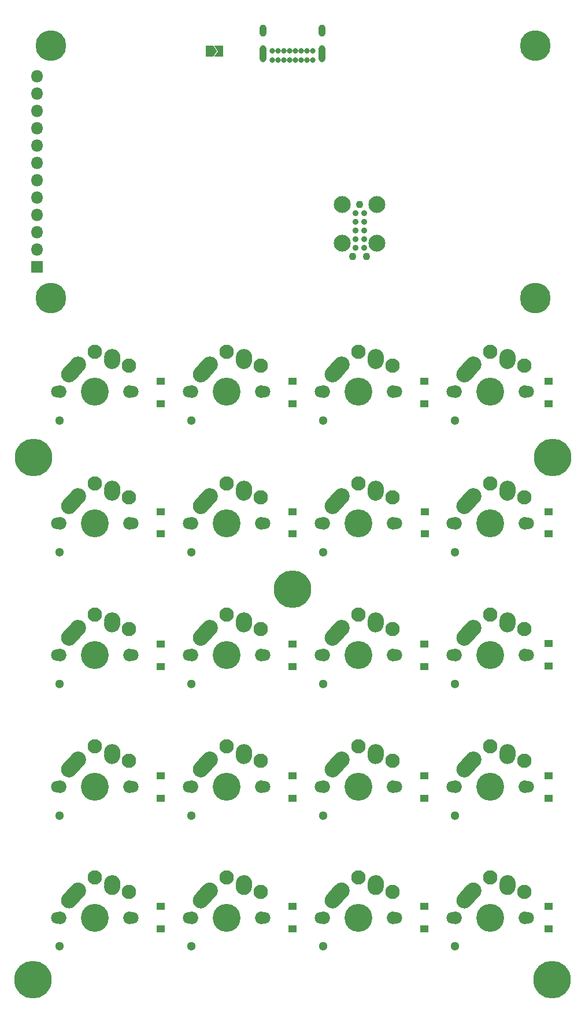
<source format=gbr>
%TF.GenerationSoftware,KiCad,Pcbnew,(5.1.6)-1*%
%TF.CreationDate,2020-12-15T22:49:58+02:00*%
%TF.ProjectId,macropad,6d616372-6f70-4616-942e-6b696361645f,rev?*%
%TF.SameCoordinates,Original*%
%TF.FileFunction,Soldermask,Bot*%
%TF.FilePolarity,Negative*%
%FSLAX46Y46*%
G04 Gerber Fmt 4.6, Leading zero omitted, Abs format (unit mm)*
G04 Created by KiCad (PCBNEW (5.1.6)-1) date 2020-12-15 22:49:58*
%MOMM*%
%LPD*%
G01*
G04 APERTURE LIST*
%ADD10R,1.800000X1.800000*%
%ADD11O,1.800000X1.800000*%
%ADD12C,1.300000*%
%ADD13C,1.800000*%
%ADD14C,2.100000*%
%ADD15C,1.850000*%
%ADD16C,2.350000*%
%ADD17C,4.087800*%
%ADD18C,0.900000*%
%ADD19C,5.500000*%
%ADD20C,0.800000*%
%ADD21C,4.500000*%
%ADD22R,1.300000X1.000000*%
%ADD23O,1.000000X2.500000*%
%ADD24O,1.000000X1.800000*%
%ADD25C,1.090600*%
%ADD26C,0.887400*%
%ADD27C,2.474900*%
%ADD28C,0.100000*%
G04 APERTURE END LIST*
D10*
%TO.C,J3*%
X81900000Y-74050000D03*
D11*
X81900000Y-71510000D03*
X81900000Y-68970000D03*
X81900000Y-66430000D03*
X81900000Y-63890000D03*
X81900000Y-61350000D03*
X81900000Y-58810000D03*
X81900000Y-56270000D03*
X81900000Y-53730000D03*
X81900000Y-51190000D03*
X81900000Y-48650000D03*
X81900000Y-46110000D03*
%TD*%
D12*
%TO.C,SW2*%
X104480000Y-96600000D03*
D13*
X115200000Y-92400000D03*
X104200000Y-92400000D03*
D14*
X109700000Y-86500000D03*
X114700000Y-88600000D03*
D15*
X114780000Y-92400000D03*
X104620000Y-92400000D03*
D16*
X107200000Y-88400000D03*
D17*
X109700000Y-92400000D03*
G36*
G01*
X105105296Y-90734566D02*
X105105297Y-90734566D01*
G75*
G02*
X105015434Y-89075297I784703J874566D01*
G01*
X106325424Y-87615289D01*
G75*
G02*
X107984693Y-87525426I874566J-784703D01*
G01*
X107984693Y-87525426D01*
G75*
G02*
X108074556Y-89184695I-784703J-874566D01*
G01*
X106764566Y-90644703D01*
G75*
G02*
X105105297Y-90734566I-874566J784703D01*
G01*
G37*
D16*
X112240000Y-87320000D03*
G36*
G01*
X112120082Y-89072279D02*
X112120082Y-89072279D01*
G75*
G02*
X111027721Y-87820082I79918J1172279D01*
G01*
X111067263Y-87240050D01*
G75*
G02*
X112319460Y-86147689I1172279J-79918D01*
G01*
X112319460Y-86147689D01*
G75*
G02*
X113411821Y-87399886I-79918J-1172279D01*
G01*
X113372279Y-87979918D01*
G75*
G02*
X112120082Y-89072279I-1172279J79918D01*
G01*
G37*
%TD*%
D18*
%TO.C,H9*%
X158781891Y-177118109D03*
X157350000Y-176525000D03*
X155918109Y-177118109D03*
X155325000Y-178550000D03*
X155918109Y-179981891D03*
X157350000Y-180575000D03*
X158781891Y-179981891D03*
X159375000Y-178550000D03*
D19*
X157350000Y-178550000D03*
%TD*%
D20*
%TO.C,H4*%
X156066726Y-77533274D03*
X154900000Y-77050000D03*
X153733274Y-77533274D03*
X153250000Y-78700000D03*
X153733274Y-79866726D03*
X154900000Y-80350000D03*
X156066726Y-79866726D03*
X156550000Y-78700000D03*
D21*
X154900000Y-78700000D03*
%TD*%
D20*
%TO.C,H3*%
X85066726Y-77533274D03*
X83900000Y-77050000D03*
X82733274Y-77533274D03*
X82250000Y-78700000D03*
X82733274Y-79866726D03*
X83900000Y-80350000D03*
X85066726Y-79866726D03*
X85550000Y-78700000D03*
D21*
X83900000Y-78700000D03*
%TD*%
D20*
%TO.C,H2*%
X156066726Y-40533274D03*
X154900000Y-40050000D03*
X153733274Y-40533274D03*
X153250000Y-41700000D03*
X153733274Y-42866726D03*
X154900000Y-43350000D03*
X156066726Y-42866726D03*
X156550000Y-41700000D03*
D21*
X154900000Y-41700000D03*
%TD*%
D20*
%TO.C,H1*%
X85066726Y-40533274D03*
X83900000Y-40050000D03*
X82733274Y-40533274D03*
X82250000Y-41700000D03*
X82733274Y-42866726D03*
X83900000Y-43350000D03*
X85066726Y-42866726D03*
X85550000Y-41700000D03*
D21*
X83900000Y-41700000D03*
%TD*%
D22*
%TO.C,D1*%
X100050000Y-94150000D03*
X100050000Y-90850000D03*
%TD*%
%TO.C,D2*%
X119350000Y-94150000D03*
X119350000Y-90850000D03*
%TD*%
%TO.C,D3*%
X138650000Y-90850000D03*
X138650000Y-94150000D03*
%TD*%
%TO.C,D4*%
X156825000Y-94150000D03*
X156825000Y-90850000D03*
%TD*%
%TO.C,D5*%
X100050000Y-109950000D03*
X100050000Y-113250000D03*
%TD*%
%TO.C,D6*%
X119300000Y-109950000D03*
X119300000Y-113250000D03*
%TD*%
%TO.C,D7*%
X138700000Y-113250000D03*
X138700000Y-109950000D03*
%TD*%
%TO.C,D8*%
X156825000Y-109950000D03*
X156825000Y-113250000D03*
%TD*%
%TO.C,D9*%
X100050000Y-132650000D03*
X100050000Y-129350000D03*
%TD*%
%TO.C,D10*%
X119350000Y-132650000D03*
X119350000Y-129350000D03*
%TD*%
%TO.C,D11*%
X138650000Y-129350000D03*
X138650000Y-132650000D03*
%TD*%
%TO.C,D12*%
X156825000Y-132625000D03*
X156825000Y-129325000D03*
%TD*%
%TO.C,D13*%
X100050000Y-148650000D03*
X100050000Y-151950000D03*
%TD*%
%TO.C,D14*%
X119350000Y-148650000D03*
X119350000Y-151950000D03*
%TD*%
%TO.C,D15*%
X138650000Y-151950000D03*
X138650000Y-148650000D03*
%TD*%
%TO.C,D16*%
X156825000Y-148650000D03*
X156825000Y-151950000D03*
%TD*%
%TO.C,D17*%
X100050000Y-171150000D03*
X100050000Y-167850000D03*
%TD*%
%TO.C,D18*%
X119350000Y-171150000D03*
X119350000Y-167850000D03*
%TD*%
%TO.C,D19*%
X138650000Y-167850000D03*
X138650000Y-171150000D03*
%TD*%
%TO.C,D20*%
X156825000Y-167850000D03*
X156825000Y-171150000D03*
%TD*%
D19*
%TO.C,H5*%
X81400000Y-102000000D03*
D18*
X83425000Y-102000000D03*
X82831891Y-103431891D03*
X81400000Y-104025000D03*
X79968109Y-103431891D03*
X79375000Y-102000000D03*
X79968109Y-100568109D03*
X81400000Y-99975000D03*
X82831891Y-100568109D03*
%TD*%
D19*
%TO.C,H6*%
X157400000Y-102000000D03*
D18*
X159425000Y-102000000D03*
X158831891Y-103431891D03*
X157400000Y-104025000D03*
X155968109Y-103431891D03*
X155375000Y-102000000D03*
X155968109Y-100568109D03*
X157400000Y-99975000D03*
X158831891Y-100568109D03*
%TD*%
%TO.C,H7*%
X120781891Y-119943109D03*
X119350000Y-119350000D03*
X117918109Y-119943109D03*
X117325000Y-121375000D03*
X117918109Y-122806891D03*
X119350000Y-123400000D03*
X120781891Y-122806891D03*
X121375000Y-121375000D03*
D19*
X119350000Y-121375000D03*
%TD*%
D18*
%TO.C,H8*%
X82706891Y-177168109D03*
X81275000Y-176575000D03*
X79843109Y-177168109D03*
X79250000Y-178600000D03*
X79843109Y-180031891D03*
X81275000Y-180625000D03*
X82706891Y-180031891D03*
X83300000Y-178600000D03*
D19*
X81275000Y-178600000D03*
%TD*%
D20*
%TO.C,J1*%
X122300000Y-43800000D03*
X121450000Y-43800000D03*
X120600000Y-43800000D03*
X119750000Y-43800000D03*
X118900000Y-43800000D03*
X118050000Y-43800000D03*
X117200000Y-43800000D03*
X116350000Y-43800000D03*
X121450000Y-42450000D03*
X119750000Y-42450000D03*
X120600000Y-42450000D03*
X122300000Y-42450000D03*
X118050000Y-42450000D03*
X117200000Y-42450000D03*
X116350000Y-42450000D03*
X118900000Y-42450000D03*
D23*
X123650000Y-42820000D03*
X115000000Y-42820000D03*
D24*
X123650000Y-39440000D03*
X115000000Y-39440000D03*
%TD*%
D25*
%TO.C,J2*%
X128134000Y-72560000D03*
X130166000Y-72560000D03*
X129150000Y-64940000D03*
D26*
X129785000Y-66210000D03*
X129785000Y-67480000D03*
X129785000Y-68750000D03*
X129785000Y-70020000D03*
X129785000Y-71290000D03*
X128515000Y-71290000D03*
X128515000Y-70020000D03*
X128515000Y-68750000D03*
X128515000Y-67480000D03*
X128515000Y-66210000D03*
D27*
X126610000Y-64940000D03*
X131690000Y-64940000D03*
X131690000Y-70655000D03*
X126610000Y-70655000D03*
%TD*%
%TO.C,SW1*%
G36*
G01*
X92820082Y-89072279D02*
X92820082Y-89072279D01*
G75*
G02*
X91727721Y-87820082I79918J1172279D01*
G01*
X91767263Y-87240050D01*
G75*
G02*
X93019460Y-86147689I1172279J-79918D01*
G01*
X93019460Y-86147689D01*
G75*
G02*
X94111821Y-87399886I-79918J-1172279D01*
G01*
X94072279Y-87979918D01*
G75*
G02*
X92820082Y-89072279I-1172279J79918D01*
G01*
G37*
D16*
X92940000Y-87320000D03*
G36*
G01*
X85805296Y-90734566D02*
X85805297Y-90734566D01*
G75*
G02*
X85715434Y-89075297I784703J874566D01*
G01*
X87025424Y-87615289D01*
G75*
G02*
X88684693Y-87525426I874566J-784703D01*
G01*
X88684693Y-87525426D01*
G75*
G02*
X88774556Y-89184695I-784703J-874566D01*
G01*
X87464566Y-90644703D01*
G75*
G02*
X85805297Y-90734566I-874566J784703D01*
G01*
G37*
D17*
X90400000Y-92400000D03*
D16*
X87900000Y-88400000D03*
D15*
X85320000Y-92400000D03*
X95480000Y-92400000D03*
D14*
X95400000Y-88600000D03*
X90400000Y-86500000D03*
D13*
X84900000Y-92400000D03*
X95900000Y-92400000D03*
D12*
X85180000Y-96600000D03*
%TD*%
%TO.C,SW3*%
X123780000Y-96600000D03*
D13*
X134500000Y-92400000D03*
X123500000Y-92400000D03*
D14*
X129000000Y-86500000D03*
X134000000Y-88600000D03*
D15*
X134080000Y-92400000D03*
X123920000Y-92400000D03*
D16*
X126500000Y-88400000D03*
D17*
X129000000Y-92400000D03*
G36*
G01*
X124405296Y-90734566D02*
X124405297Y-90734566D01*
G75*
G02*
X124315434Y-89075297I784703J874566D01*
G01*
X125625424Y-87615289D01*
G75*
G02*
X127284693Y-87525426I874566J-784703D01*
G01*
X127284693Y-87525426D01*
G75*
G02*
X127374556Y-89184695I-784703J-874566D01*
G01*
X126064566Y-90644703D01*
G75*
G02*
X124405297Y-90734566I-874566J784703D01*
G01*
G37*
D16*
X131540000Y-87320000D03*
G36*
G01*
X131420082Y-89072279D02*
X131420082Y-89072279D01*
G75*
G02*
X130327721Y-87820082I79918J1172279D01*
G01*
X130367263Y-87240050D01*
G75*
G02*
X131619460Y-86147689I1172279J-79918D01*
G01*
X131619460Y-86147689D01*
G75*
G02*
X132711821Y-87399886I-79918J-1172279D01*
G01*
X132672279Y-87979918D01*
G75*
G02*
X131420082Y-89072279I-1172279J79918D01*
G01*
G37*
%TD*%
%TO.C,SW4*%
G36*
G01*
X150720082Y-89072279D02*
X150720082Y-89072279D01*
G75*
G02*
X149627721Y-87820082I79918J1172279D01*
G01*
X149667263Y-87240050D01*
G75*
G02*
X150919460Y-86147689I1172279J-79918D01*
G01*
X150919460Y-86147689D01*
G75*
G02*
X152011821Y-87399886I-79918J-1172279D01*
G01*
X151972279Y-87979918D01*
G75*
G02*
X150720082Y-89072279I-1172279J79918D01*
G01*
G37*
X150840000Y-87320000D03*
G36*
G01*
X143705296Y-90734566D02*
X143705297Y-90734566D01*
G75*
G02*
X143615434Y-89075297I784703J874566D01*
G01*
X144925424Y-87615289D01*
G75*
G02*
X146584693Y-87525426I874566J-784703D01*
G01*
X146584693Y-87525426D01*
G75*
G02*
X146674556Y-89184695I-784703J-874566D01*
G01*
X145364566Y-90644703D01*
G75*
G02*
X143705297Y-90734566I-874566J784703D01*
G01*
G37*
D17*
X148300000Y-92400000D03*
D16*
X145800000Y-88400000D03*
D15*
X143220000Y-92400000D03*
X153380000Y-92400000D03*
D14*
X153300000Y-88600000D03*
X148300000Y-86500000D03*
D13*
X142800000Y-92400000D03*
X153800000Y-92400000D03*
D12*
X143080000Y-96600000D03*
%TD*%
%TO.C,SW5*%
X85180000Y-115900000D03*
D13*
X95900000Y-111700000D03*
X84900000Y-111700000D03*
D14*
X90400000Y-105800000D03*
X95400000Y-107900000D03*
D15*
X95480000Y-111700000D03*
X85320000Y-111700000D03*
D16*
X87900000Y-107700000D03*
D17*
X90400000Y-111700000D03*
G36*
G01*
X85805296Y-110034566D02*
X85805297Y-110034566D01*
G75*
G02*
X85715434Y-108375297I784703J874566D01*
G01*
X87025424Y-106915289D01*
G75*
G02*
X88684693Y-106825426I874566J-784703D01*
G01*
X88684693Y-106825426D01*
G75*
G02*
X88774556Y-108484695I-784703J-874566D01*
G01*
X87464566Y-109944703D01*
G75*
G02*
X85805297Y-110034566I-874566J784703D01*
G01*
G37*
D16*
X92940000Y-106620000D03*
G36*
G01*
X92820082Y-108372279D02*
X92820082Y-108372279D01*
G75*
G02*
X91727721Y-107120082I79918J1172279D01*
G01*
X91767263Y-106540050D01*
G75*
G02*
X93019460Y-105447689I1172279J-79918D01*
G01*
X93019460Y-105447689D01*
G75*
G02*
X94111821Y-106699886I-79918J-1172279D01*
G01*
X94072279Y-107279918D01*
G75*
G02*
X92820082Y-108372279I-1172279J79918D01*
G01*
G37*
%TD*%
%TO.C,SW6*%
G36*
G01*
X112120082Y-108372279D02*
X112120082Y-108372279D01*
G75*
G02*
X111027721Y-107120082I79918J1172279D01*
G01*
X111067263Y-106540050D01*
G75*
G02*
X112319460Y-105447689I1172279J-79918D01*
G01*
X112319460Y-105447689D01*
G75*
G02*
X113411821Y-106699886I-79918J-1172279D01*
G01*
X113372279Y-107279918D01*
G75*
G02*
X112120082Y-108372279I-1172279J79918D01*
G01*
G37*
X112240000Y-106620000D03*
G36*
G01*
X105105296Y-110034566D02*
X105105297Y-110034566D01*
G75*
G02*
X105015434Y-108375297I784703J874566D01*
G01*
X106325424Y-106915289D01*
G75*
G02*
X107984693Y-106825426I874566J-784703D01*
G01*
X107984693Y-106825426D01*
G75*
G02*
X108074556Y-108484695I-784703J-874566D01*
G01*
X106764566Y-109944703D01*
G75*
G02*
X105105297Y-110034566I-874566J784703D01*
G01*
G37*
D17*
X109700000Y-111700000D03*
D16*
X107200000Y-107700000D03*
D15*
X104620000Y-111700000D03*
X114780000Y-111700000D03*
D14*
X114700000Y-107900000D03*
X109700000Y-105800000D03*
D13*
X104200000Y-111700000D03*
X115200000Y-111700000D03*
D12*
X104480000Y-115900000D03*
%TD*%
%TO.C,SW7*%
G36*
G01*
X131420082Y-108372279D02*
X131420082Y-108372279D01*
G75*
G02*
X130327721Y-107120082I79918J1172279D01*
G01*
X130367263Y-106540050D01*
G75*
G02*
X131619460Y-105447689I1172279J-79918D01*
G01*
X131619460Y-105447689D01*
G75*
G02*
X132711821Y-106699886I-79918J-1172279D01*
G01*
X132672279Y-107279918D01*
G75*
G02*
X131420082Y-108372279I-1172279J79918D01*
G01*
G37*
D16*
X131540000Y-106620000D03*
G36*
G01*
X124405296Y-110034566D02*
X124405297Y-110034566D01*
G75*
G02*
X124315434Y-108375297I784703J874566D01*
G01*
X125625424Y-106915289D01*
G75*
G02*
X127284693Y-106825426I874566J-784703D01*
G01*
X127284693Y-106825426D01*
G75*
G02*
X127374556Y-108484695I-784703J-874566D01*
G01*
X126064566Y-109944703D01*
G75*
G02*
X124405297Y-110034566I-874566J784703D01*
G01*
G37*
D17*
X129000000Y-111700000D03*
D16*
X126500000Y-107700000D03*
D15*
X123920000Y-111700000D03*
X134080000Y-111700000D03*
D14*
X134000000Y-107900000D03*
X129000000Y-105800000D03*
D13*
X123500000Y-111700000D03*
X134500000Y-111700000D03*
D12*
X123780000Y-115900000D03*
%TD*%
%TO.C,SW8*%
X143080000Y-115900000D03*
D13*
X153800000Y-111700000D03*
X142800000Y-111700000D03*
D14*
X148300000Y-105800000D03*
X153300000Y-107900000D03*
D15*
X153380000Y-111700000D03*
X143220000Y-111700000D03*
D16*
X145800000Y-107700000D03*
D17*
X148300000Y-111700000D03*
G36*
G01*
X143705296Y-110034566D02*
X143705297Y-110034566D01*
G75*
G02*
X143615434Y-108375297I784703J874566D01*
G01*
X144925424Y-106915289D01*
G75*
G02*
X146584693Y-106825426I874566J-784703D01*
G01*
X146584693Y-106825426D01*
G75*
G02*
X146674556Y-108484695I-784703J-874566D01*
G01*
X145364566Y-109944703D01*
G75*
G02*
X143705297Y-110034566I-874566J784703D01*
G01*
G37*
D16*
X150840000Y-106620000D03*
G36*
G01*
X150720082Y-108372279D02*
X150720082Y-108372279D01*
G75*
G02*
X149627721Y-107120082I79918J1172279D01*
G01*
X149667263Y-106540050D01*
G75*
G02*
X150919460Y-105447689I1172279J-79918D01*
G01*
X150919460Y-105447689D01*
G75*
G02*
X152011821Y-106699886I-79918J-1172279D01*
G01*
X151972279Y-107279918D01*
G75*
G02*
X150720082Y-108372279I-1172279J79918D01*
G01*
G37*
%TD*%
D12*
%TO.C,SW9*%
X85180000Y-135200000D03*
D13*
X95900000Y-131000000D03*
X84900000Y-131000000D03*
D14*
X90400000Y-125100000D03*
X95400000Y-127200000D03*
D15*
X95480000Y-131000000D03*
X85320000Y-131000000D03*
D16*
X87900000Y-127000000D03*
D17*
X90400000Y-131000000D03*
G36*
G01*
X85805296Y-129334566D02*
X85805297Y-129334566D01*
G75*
G02*
X85715434Y-127675297I784703J874566D01*
G01*
X87025424Y-126215289D01*
G75*
G02*
X88684693Y-126125426I874566J-784703D01*
G01*
X88684693Y-126125426D01*
G75*
G02*
X88774556Y-127784695I-784703J-874566D01*
G01*
X87464566Y-129244703D01*
G75*
G02*
X85805297Y-129334566I-874566J784703D01*
G01*
G37*
D16*
X92940000Y-125920000D03*
G36*
G01*
X92820082Y-127672279D02*
X92820082Y-127672279D01*
G75*
G02*
X91727721Y-126420082I79918J1172279D01*
G01*
X91767263Y-125840050D01*
G75*
G02*
X93019460Y-124747689I1172279J-79918D01*
G01*
X93019460Y-124747689D01*
G75*
G02*
X94111821Y-125999886I-79918J-1172279D01*
G01*
X94072279Y-126579918D01*
G75*
G02*
X92820082Y-127672279I-1172279J79918D01*
G01*
G37*
%TD*%
D12*
%TO.C,SW10*%
X104480000Y-135200000D03*
D13*
X115200000Y-131000000D03*
X104200000Y-131000000D03*
D14*
X109700000Y-125100000D03*
X114700000Y-127200000D03*
D15*
X114780000Y-131000000D03*
X104620000Y-131000000D03*
D16*
X107200000Y-127000000D03*
D17*
X109700000Y-131000000D03*
G36*
G01*
X105105296Y-129334566D02*
X105105297Y-129334566D01*
G75*
G02*
X105015434Y-127675297I784703J874566D01*
G01*
X106325424Y-126215289D01*
G75*
G02*
X107984693Y-126125426I874566J-784703D01*
G01*
X107984693Y-126125426D01*
G75*
G02*
X108074556Y-127784695I-784703J-874566D01*
G01*
X106764566Y-129244703D01*
G75*
G02*
X105105297Y-129334566I-874566J784703D01*
G01*
G37*
D16*
X112240000Y-125920000D03*
G36*
G01*
X112120082Y-127672279D02*
X112120082Y-127672279D01*
G75*
G02*
X111027721Y-126420082I79918J1172279D01*
G01*
X111067263Y-125840050D01*
G75*
G02*
X112319460Y-124747689I1172279J-79918D01*
G01*
X112319460Y-124747689D01*
G75*
G02*
X113411821Y-125999886I-79918J-1172279D01*
G01*
X113372279Y-126579918D01*
G75*
G02*
X112120082Y-127672279I-1172279J79918D01*
G01*
G37*
%TD*%
D12*
%TO.C,SW11*%
X123780000Y-135200000D03*
D13*
X134500000Y-131000000D03*
X123500000Y-131000000D03*
D14*
X129000000Y-125100000D03*
X134000000Y-127200000D03*
D15*
X134080000Y-131000000D03*
X123920000Y-131000000D03*
D16*
X126500000Y-127000000D03*
D17*
X129000000Y-131000000D03*
G36*
G01*
X124405296Y-129334566D02*
X124405297Y-129334566D01*
G75*
G02*
X124315434Y-127675297I784703J874566D01*
G01*
X125625424Y-126215289D01*
G75*
G02*
X127284693Y-126125426I874566J-784703D01*
G01*
X127284693Y-126125426D01*
G75*
G02*
X127374556Y-127784695I-784703J-874566D01*
G01*
X126064566Y-129244703D01*
G75*
G02*
X124405297Y-129334566I-874566J784703D01*
G01*
G37*
D16*
X131540000Y-125920000D03*
G36*
G01*
X131420082Y-127672279D02*
X131420082Y-127672279D01*
G75*
G02*
X130327721Y-126420082I79918J1172279D01*
G01*
X130367263Y-125840050D01*
G75*
G02*
X131619460Y-124747689I1172279J-79918D01*
G01*
X131619460Y-124747689D01*
G75*
G02*
X132711821Y-125999886I-79918J-1172279D01*
G01*
X132672279Y-126579918D01*
G75*
G02*
X131420082Y-127672279I-1172279J79918D01*
G01*
G37*
%TD*%
%TO.C,SW12*%
G36*
G01*
X150720082Y-127672279D02*
X150720082Y-127672279D01*
G75*
G02*
X149627721Y-126420082I79918J1172279D01*
G01*
X149667263Y-125840050D01*
G75*
G02*
X150919460Y-124747689I1172279J-79918D01*
G01*
X150919460Y-124747689D01*
G75*
G02*
X152011821Y-125999886I-79918J-1172279D01*
G01*
X151972279Y-126579918D01*
G75*
G02*
X150720082Y-127672279I-1172279J79918D01*
G01*
G37*
X150840000Y-125920000D03*
G36*
G01*
X143705296Y-129334566D02*
X143705297Y-129334566D01*
G75*
G02*
X143615434Y-127675297I784703J874566D01*
G01*
X144925424Y-126215289D01*
G75*
G02*
X146584693Y-126125426I874566J-784703D01*
G01*
X146584693Y-126125426D01*
G75*
G02*
X146674556Y-127784695I-784703J-874566D01*
G01*
X145364566Y-129244703D01*
G75*
G02*
X143705297Y-129334566I-874566J784703D01*
G01*
G37*
D17*
X148300000Y-131000000D03*
D16*
X145800000Y-127000000D03*
D15*
X143220000Y-131000000D03*
X153380000Y-131000000D03*
D14*
X153300000Y-127200000D03*
X148300000Y-125100000D03*
D13*
X142800000Y-131000000D03*
X153800000Y-131000000D03*
D12*
X143080000Y-135200000D03*
%TD*%
%TO.C,SW13*%
G36*
G01*
X92820082Y-146972279D02*
X92820082Y-146972279D01*
G75*
G02*
X91727721Y-145720082I79918J1172279D01*
G01*
X91767263Y-145140050D01*
G75*
G02*
X93019460Y-144047689I1172279J-79918D01*
G01*
X93019460Y-144047689D01*
G75*
G02*
X94111821Y-145299886I-79918J-1172279D01*
G01*
X94072279Y-145879918D01*
G75*
G02*
X92820082Y-146972279I-1172279J79918D01*
G01*
G37*
D16*
X92940000Y-145220000D03*
G36*
G01*
X85805296Y-148634566D02*
X85805297Y-148634566D01*
G75*
G02*
X85715434Y-146975297I784703J874566D01*
G01*
X87025424Y-145515289D01*
G75*
G02*
X88684693Y-145425426I874566J-784703D01*
G01*
X88684693Y-145425426D01*
G75*
G02*
X88774556Y-147084695I-784703J-874566D01*
G01*
X87464566Y-148544703D01*
G75*
G02*
X85805297Y-148634566I-874566J784703D01*
G01*
G37*
D17*
X90400000Y-150300000D03*
D16*
X87900000Y-146300000D03*
D15*
X85320000Y-150300000D03*
X95480000Y-150300000D03*
D14*
X95400000Y-146500000D03*
X90400000Y-144400000D03*
D13*
X84900000Y-150300000D03*
X95900000Y-150300000D03*
D12*
X85180000Y-154500000D03*
%TD*%
%TO.C,SW14*%
G36*
G01*
X112120082Y-146972279D02*
X112120082Y-146972279D01*
G75*
G02*
X111027721Y-145720082I79918J1172279D01*
G01*
X111067263Y-145140050D01*
G75*
G02*
X112319460Y-144047689I1172279J-79918D01*
G01*
X112319460Y-144047689D01*
G75*
G02*
X113411821Y-145299886I-79918J-1172279D01*
G01*
X113372279Y-145879918D01*
G75*
G02*
X112120082Y-146972279I-1172279J79918D01*
G01*
G37*
D16*
X112240000Y-145220000D03*
G36*
G01*
X105105296Y-148634566D02*
X105105297Y-148634566D01*
G75*
G02*
X105015434Y-146975297I784703J874566D01*
G01*
X106325424Y-145515289D01*
G75*
G02*
X107984693Y-145425426I874566J-784703D01*
G01*
X107984693Y-145425426D01*
G75*
G02*
X108074556Y-147084695I-784703J-874566D01*
G01*
X106764566Y-148544703D01*
G75*
G02*
X105105297Y-148634566I-874566J784703D01*
G01*
G37*
D17*
X109700000Y-150300000D03*
D16*
X107200000Y-146300000D03*
D15*
X104620000Y-150300000D03*
X114780000Y-150300000D03*
D14*
X114700000Y-146500000D03*
X109700000Y-144400000D03*
D13*
X104200000Y-150300000D03*
X115200000Y-150300000D03*
D12*
X104480000Y-154500000D03*
%TD*%
%TO.C,SW15*%
G36*
G01*
X131420082Y-146972279D02*
X131420082Y-146972279D01*
G75*
G02*
X130327721Y-145720082I79918J1172279D01*
G01*
X130367263Y-145140050D01*
G75*
G02*
X131619460Y-144047689I1172279J-79918D01*
G01*
X131619460Y-144047689D01*
G75*
G02*
X132711821Y-145299886I-79918J-1172279D01*
G01*
X132672279Y-145879918D01*
G75*
G02*
X131420082Y-146972279I-1172279J79918D01*
G01*
G37*
D16*
X131540000Y-145220000D03*
G36*
G01*
X124405296Y-148634566D02*
X124405297Y-148634566D01*
G75*
G02*
X124315434Y-146975297I784703J874566D01*
G01*
X125625424Y-145515289D01*
G75*
G02*
X127284693Y-145425426I874566J-784703D01*
G01*
X127284693Y-145425426D01*
G75*
G02*
X127374556Y-147084695I-784703J-874566D01*
G01*
X126064566Y-148544703D01*
G75*
G02*
X124405297Y-148634566I-874566J784703D01*
G01*
G37*
D17*
X129000000Y-150300000D03*
D16*
X126500000Y-146300000D03*
D15*
X123920000Y-150300000D03*
X134080000Y-150300000D03*
D14*
X134000000Y-146500000D03*
X129000000Y-144400000D03*
D13*
X123500000Y-150300000D03*
X134500000Y-150300000D03*
D12*
X123780000Y-154500000D03*
%TD*%
%TO.C,SW16*%
G36*
G01*
X150720082Y-146972279D02*
X150720082Y-146972279D01*
G75*
G02*
X149627721Y-145720082I79918J1172279D01*
G01*
X149667263Y-145140050D01*
G75*
G02*
X150919460Y-144047689I1172279J-79918D01*
G01*
X150919460Y-144047689D01*
G75*
G02*
X152011821Y-145299886I-79918J-1172279D01*
G01*
X151972279Y-145879918D01*
G75*
G02*
X150720082Y-146972279I-1172279J79918D01*
G01*
G37*
D16*
X150840000Y-145220000D03*
G36*
G01*
X143705296Y-148634566D02*
X143705297Y-148634566D01*
G75*
G02*
X143615434Y-146975297I784703J874566D01*
G01*
X144925424Y-145515289D01*
G75*
G02*
X146584693Y-145425426I874566J-784703D01*
G01*
X146584693Y-145425426D01*
G75*
G02*
X146674556Y-147084695I-784703J-874566D01*
G01*
X145364566Y-148544703D01*
G75*
G02*
X143705297Y-148634566I-874566J784703D01*
G01*
G37*
D17*
X148300000Y-150300000D03*
D16*
X145800000Y-146300000D03*
D15*
X143220000Y-150300000D03*
X153380000Y-150300000D03*
D14*
X153300000Y-146500000D03*
X148300000Y-144400000D03*
D13*
X142800000Y-150300000D03*
X153800000Y-150300000D03*
D12*
X143080000Y-154500000D03*
%TD*%
%TO.C,SW17*%
X85180000Y-173700000D03*
D13*
X95900000Y-169500000D03*
X84900000Y-169500000D03*
D14*
X90400000Y-163600000D03*
X95400000Y-165700000D03*
D15*
X95480000Y-169500000D03*
X85320000Y-169500000D03*
D16*
X87900000Y-165500000D03*
D17*
X90400000Y-169500000D03*
G36*
G01*
X85805296Y-167834566D02*
X85805297Y-167834566D01*
G75*
G02*
X85715434Y-166175297I784703J874566D01*
G01*
X87025424Y-164715289D01*
G75*
G02*
X88684693Y-164625426I874566J-784703D01*
G01*
X88684693Y-164625426D01*
G75*
G02*
X88774556Y-166284695I-784703J-874566D01*
G01*
X87464566Y-167744703D01*
G75*
G02*
X85805297Y-167834566I-874566J784703D01*
G01*
G37*
D16*
X92940000Y-164420000D03*
G36*
G01*
X92820082Y-166172279D02*
X92820082Y-166172279D01*
G75*
G02*
X91727721Y-164920082I79918J1172279D01*
G01*
X91767263Y-164340050D01*
G75*
G02*
X93019460Y-163247689I1172279J-79918D01*
G01*
X93019460Y-163247689D01*
G75*
G02*
X94111821Y-164499886I-79918J-1172279D01*
G01*
X94072279Y-165079918D01*
G75*
G02*
X92820082Y-166172279I-1172279J79918D01*
G01*
G37*
%TD*%
D12*
%TO.C,SW18*%
X104480000Y-173700000D03*
D13*
X115200000Y-169500000D03*
X104200000Y-169500000D03*
D14*
X109700000Y-163600000D03*
X114700000Y-165700000D03*
D15*
X114780000Y-169500000D03*
X104620000Y-169500000D03*
D16*
X107200000Y-165500000D03*
D17*
X109700000Y-169500000D03*
G36*
G01*
X105105296Y-167834566D02*
X105105297Y-167834566D01*
G75*
G02*
X105015434Y-166175297I784703J874566D01*
G01*
X106325424Y-164715289D01*
G75*
G02*
X107984693Y-164625426I874566J-784703D01*
G01*
X107984693Y-164625426D01*
G75*
G02*
X108074556Y-166284695I-784703J-874566D01*
G01*
X106764566Y-167744703D01*
G75*
G02*
X105105297Y-167834566I-874566J784703D01*
G01*
G37*
D16*
X112240000Y-164420000D03*
G36*
G01*
X112120082Y-166172279D02*
X112120082Y-166172279D01*
G75*
G02*
X111027721Y-164920082I79918J1172279D01*
G01*
X111067263Y-164340050D01*
G75*
G02*
X112319460Y-163247689I1172279J-79918D01*
G01*
X112319460Y-163247689D01*
G75*
G02*
X113411821Y-164499886I-79918J-1172279D01*
G01*
X113372279Y-165079918D01*
G75*
G02*
X112120082Y-166172279I-1172279J79918D01*
G01*
G37*
%TD*%
D12*
%TO.C,SW19*%
X123780000Y-173700000D03*
D13*
X134500000Y-169500000D03*
X123500000Y-169500000D03*
D14*
X129000000Y-163600000D03*
X134000000Y-165700000D03*
D15*
X134080000Y-169500000D03*
X123920000Y-169500000D03*
D16*
X126500000Y-165500000D03*
D17*
X129000000Y-169500000D03*
G36*
G01*
X124405296Y-167834566D02*
X124405297Y-167834566D01*
G75*
G02*
X124315434Y-166175297I784703J874566D01*
G01*
X125625424Y-164715289D01*
G75*
G02*
X127284693Y-164625426I874566J-784703D01*
G01*
X127284693Y-164625426D01*
G75*
G02*
X127374556Y-166284695I-784703J-874566D01*
G01*
X126064566Y-167744703D01*
G75*
G02*
X124405297Y-167834566I-874566J784703D01*
G01*
G37*
D16*
X131540000Y-164420000D03*
G36*
G01*
X131420082Y-166172279D02*
X131420082Y-166172279D01*
G75*
G02*
X130327721Y-164920082I79918J1172279D01*
G01*
X130367263Y-164340050D01*
G75*
G02*
X131619460Y-163247689I1172279J-79918D01*
G01*
X131619460Y-163247689D01*
G75*
G02*
X132711821Y-164499886I-79918J-1172279D01*
G01*
X132672279Y-165079918D01*
G75*
G02*
X131420082Y-166172279I-1172279J79918D01*
G01*
G37*
%TD*%
%TO.C,SW20*%
G36*
G01*
X150720082Y-166172279D02*
X150720082Y-166172279D01*
G75*
G02*
X149627721Y-164920082I79918J1172279D01*
G01*
X149667263Y-164340050D01*
G75*
G02*
X150919460Y-163247689I1172279J-79918D01*
G01*
X150919460Y-163247689D01*
G75*
G02*
X152011821Y-164499886I-79918J-1172279D01*
G01*
X151972279Y-165079918D01*
G75*
G02*
X150720082Y-166172279I-1172279J79918D01*
G01*
G37*
X150840000Y-164420000D03*
G36*
G01*
X143705296Y-167834566D02*
X143705297Y-167834566D01*
G75*
G02*
X143615434Y-166175297I784703J874566D01*
G01*
X144925424Y-164715289D01*
G75*
G02*
X146584693Y-164625426I874566J-784703D01*
G01*
X146584693Y-164625426D01*
G75*
G02*
X146674556Y-166284695I-784703J-874566D01*
G01*
X145364566Y-167744703D01*
G75*
G02*
X143705297Y-167834566I-874566J784703D01*
G01*
G37*
D17*
X148300000Y-169500000D03*
D16*
X145800000Y-165500000D03*
D15*
X143220000Y-169500000D03*
X153380000Y-169500000D03*
D14*
X153300000Y-165700000D03*
X148300000Y-163600000D03*
D13*
X142800000Y-169500000D03*
X153800000Y-169500000D03*
D12*
X143080000Y-173700000D03*
%TD*%
D28*
%TO.C,JP1*%
G36*
X109114755Y-41670961D02*
G01*
X109124134Y-41673806D01*
X109132779Y-41678427D01*
X109140355Y-41684645D01*
X109146573Y-41692221D01*
X109151194Y-41700866D01*
X109154039Y-41710245D01*
X109155000Y-41720000D01*
X109155000Y-43220000D01*
X109154039Y-43229755D01*
X109151194Y-43239134D01*
X109146573Y-43247779D01*
X109140355Y-43255355D01*
X109132779Y-43261573D01*
X109124134Y-43266194D01*
X109114755Y-43269039D01*
X109105000Y-43270000D01*
X107955000Y-43270000D01*
X107945245Y-43269039D01*
X107935866Y-43266194D01*
X107927221Y-43261573D01*
X107919645Y-43255355D01*
X107913427Y-43247779D01*
X107908806Y-43239134D01*
X107905961Y-43229755D01*
X107905000Y-43220000D01*
X107905961Y-43210245D01*
X107908806Y-43200866D01*
X107913397Y-43192265D01*
X108394907Y-42470000D01*
X107913397Y-41747735D01*
X107908786Y-41739086D01*
X107905951Y-41729703D01*
X107905000Y-41719948D01*
X107905971Y-41710194D01*
X107908826Y-41700818D01*
X107913456Y-41692178D01*
X107919682Y-41684608D01*
X107927265Y-41678397D01*
X107935914Y-41673786D01*
X107945297Y-41670951D01*
X107955000Y-41670000D01*
X109105000Y-41670000D01*
X109114755Y-41670961D01*
G37*
G36*
X107664755Y-41670961D02*
G01*
X107674134Y-41673806D01*
X107682779Y-41678427D01*
X107690355Y-41684645D01*
X107696603Y-41692265D01*
X108196603Y-42442265D01*
X108201214Y-42450914D01*
X108204049Y-42460297D01*
X108205000Y-42470052D01*
X108204029Y-42479806D01*
X108201174Y-42489182D01*
X108196603Y-42497735D01*
X107696603Y-43247735D01*
X107690392Y-43255318D01*
X107682822Y-43261544D01*
X107674182Y-43266174D01*
X107664806Y-43269029D01*
X107655000Y-43270000D01*
X106655000Y-43270000D01*
X106645245Y-43269039D01*
X106635866Y-43266194D01*
X106627221Y-43261573D01*
X106619645Y-43255355D01*
X106613427Y-43247779D01*
X106608806Y-43239134D01*
X106605961Y-43229755D01*
X106605000Y-43220000D01*
X106605000Y-41720000D01*
X106605961Y-41710245D01*
X106608806Y-41700866D01*
X106613427Y-41692221D01*
X106619645Y-41684645D01*
X106627221Y-41678427D01*
X106635866Y-41673806D01*
X106645245Y-41670961D01*
X106655000Y-41670000D01*
X107655000Y-41670000D01*
X107664755Y-41670961D01*
G37*
%TD*%
M02*

</source>
